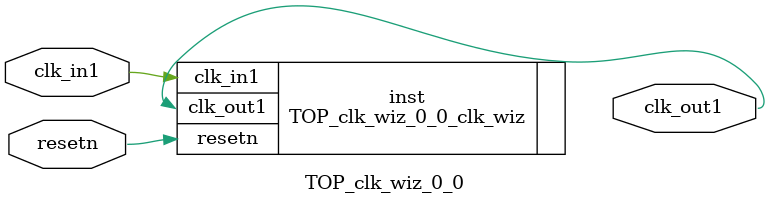
<source format=v>


`timescale 1ps/1ps

(* CORE_GENERATION_INFO = "TOP_clk_wiz_0_0,clk_wiz_v6_0_4_0_0,{component_name=TOP_clk_wiz_0_0,use_phase_alignment=true,use_min_o_jitter=false,use_max_i_jitter=false,use_dyn_phase_shift=false,use_inclk_switchover=false,use_dyn_reconfig=false,enable_axi=0,feedback_source=FDBK_AUTO,PRIMITIVE=MMCM,num_out_clk=1,clkin1_period=10.000,clkin2_period=10.000,use_power_down=false,use_reset=true,use_locked=false,use_inclk_stopped=false,feedback_type=SINGLE,CLOCK_MGR_TYPE=NA,manual_override=false}" *)

module TOP_clk_wiz_0_0 
 (
  // Clock out ports
  output        clk_out1,
  // Status and control signals
  input         resetn,
 // Clock in ports
  input         clk_in1
 );

  TOP_clk_wiz_0_0_clk_wiz inst
  (
  // Clock out ports  
  .clk_out1(clk_out1),
  // Status and control signals               
  .resetn(resetn), 
 // Clock in ports
  .clk_in1(clk_in1)
  );

endmodule

</source>
